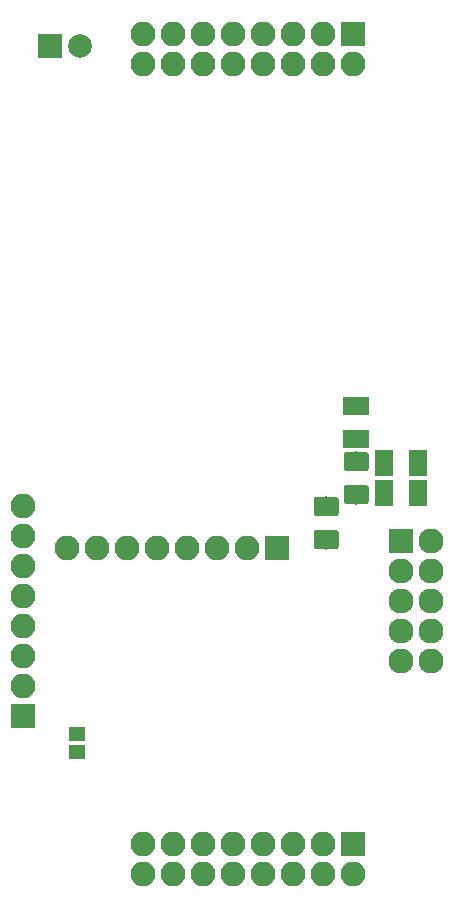
<source format=gbr>
G04 #@! TF.GenerationSoftware,KiCad,Pcbnew,(5.0.0)*
G04 #@! TF.CreationDate,2018-12-13T19:33:25+01:00*
G04 #@! TF.ProjectId,TrackModBusMaster_piggyback,547261636B4D6F644275734D61737465,rev?*
G04 #@! TF.SameCoordinates,Original*
G04 #@! TF.FileFunction,Soldermask,Bot*
G04 #@! TF.FilePolarity,Negative*
%FSLAX46Y46*%
G04 Gerber Fmt 4.6, Leading zero omitted, Abs format (unit mm)*
G04 Created by KiCad (PCBNEW (5.0.0)) date 12/13/18 19:33:25*
%MOMM*%
%LPD*%
G01*
G04 APERTURE LIST*
%ADD10R,1.620000X2.200000*%
%ADD11O,2.100000X2.100000*%
%ADD12R,2.100000X2.100000*%
%ADD13R,2.127200X2.127200*%
%ADD14O,2.127200X2.127200*%
%ADD15C,0.100000*%
%ADD16C,1.650000*%
%ADD17R,2.000000X2.000000*%
%ADD18C,2.000000*%
%ADD19R,2.200000X1.620000*%
%ADD20R,1.400000X1.220000*%
G04 APERTURE END LIST*
D10*
G04 #@! TO.C,R9*
X140114000Y-82042000D03*
X137254000Y-82042000D03*
G04 #@! TD*
D11*
G04 #@! TO.C,J1*
X116840000Y-48260000D03*
X116840000Y-45720000D03*
X119380000Y-48260000D03*
X119380000Y-45720000D03*
X121920000Y-48260000D03*
X121920000Y-45720000D03*
X124460000Y-48260000D03*
X124460000Y-45720000D03*
X127000000Y-48260000D03*
X127000000Y-45720000D03*
X129540000Y-48260000D03*
X129540000Y-45720000D03*
X132080000Y-48260000D03*
X132080000Y-45720000D03*
X134620000Y-48260000D03*
D12*
X134620000Y-45720000D03*
G04 #@! TD*
D13*
G04 #@! TO.C,J2*
X138684000Y-88646000D03*
D14*
X141224000Y-88646000D03*
X138684000Y-91186000D03*
X141224000Y-91186000D03*
X138684000Y-93726000D03*
X141224000Y-93726000D03*
X138684000Y-96266000D03*
X141224000Y-96266000D03*
X138684000Y-98806000D03*
X141224000Y-98806000D03*
G04 #@! TD*
D12*
G04 #@! TO.C,J3*
X134620000Y-114300000D03*
D11*
X134620000Y-116840000D03*
X132080000Y-114300000D03*
X132080000Y-116840000D03*
X129540000Y-114300000D03*
X129540000Y-116840000D03*
X127000000Y-114300000D03*
X127000000Y-116840000D03*
X124460000Y-114300000D03*
X124460000Y-116840000D03*
X121920000Y-114300000D03*
X121920000Y-116840000D03*
X119380000Y-114300000D03*
X119380000Y-116840000D03*
X116840000Y-114300000D03*
X116840000Y-116840000D03*
G04 #@! TD*
D12*
G04 #@! TO.C,J4*
X128143000Y-89281000D03*
D11*
X125603000Y-89281000D03*
X123063000Y-89281000D03*
X120523000Y-89281000D03*
X117983000Y-89281000D03*
X115443000Y-89281000D03*
X112903000Y-89281000D03*
X110363000Y-89281000D03*
G04 #@! TD*
G04 #@! TO.C,J5*
X106680000Y-85725000D03*
X106680000Y-88265000D03*
X106680000Y-90805000D03*
X106680000Y-93345000D03*
X106680000Y-95885000D03*
X106680000Y-98425000D03*
X106680000Y-100965000D03*
D12*
X106680000Y-103505000D03*
G04 #@! TD*
D15*
G04 #@! TO.C,R7*
G36*
X133111346Y-87698589D02*
X133143380Y-87703341D01*
X133174794Y-87711210D01*
X133205286Y-87722120D01*
X133234561Y-87735966D01*
X133262338Y-87752615D01*
X133288350Y-87771907D01*
X133312345Y-87793655D01*
X133334093Y-87817650D01*
X133353385Y-87843662D01*
X133370034Y-87871439D01*
X133383880Y-87900714D01*
X133394790Y-87931206D01*
X133402659Y-87962620D01*
X133407411Y-87994654D01*
X133409000Y-88027000D01*
X133409000Y-89017000D01*
X133407411Y-89049346D01*
X133402659Y-89081380D01*
X133394790Y-89112794D01*
X133383880Y-89143286D01*
X133370034Y-89172561D01*
X133353385Y-89200338D01*
X133334093Y-89226350D01*
X133312345Y-89250345D01*
X133288350Y-89272093D01*
X133262338Y-89291385D01*
X133234561Y-89308034D01*
X133205286Y-89321880D01*
X133174794Y-89332790D01*
X133143380Y-89340659D01*
X133111346Y-89345411D01*
X133079000Y-89347000D01*
X131589000Y-89347000D01*
X131556654Y-89345411D01*
X131524620Y-89340659D01*
X131493206Y-89332790D01*
X131462714Y-89321880D01*
X131433439Y-89308034D01*
X131405662Y-89291385D01*
X131379650Y-89272093D01*
X131355655Y-89250345D01*
X131333907Y-89226350D01*
X131314615Y-89200338D01*
X131297966Y-89172561D01*
X131284120Y-89143286D01*
X131273210Y-89112794D01*
X131265341Y-89081380D01*
X131260589Y-89049346D01*
X131259000Y-89017000D01*
X131259000Y-88027000D01*
X131260589Y-87994654D01*
X131265341Y-87962620D01*
X131273210Y-87931206D01*
X131284120Y-87900714D01*
X131297966Y-87871439D01*
X131314615Y-87843662D01*
X131333907Y-87817650D01*
X131355655Y-87793655D01*
X131379650Y-87771907D01*
X131405662Y-87752615D01*
X131433439Y-87735966D01*
X131462714Y-87722120D01*
X131493206Y-87711210D01*
X131524620Y-87703341D01*
X131556654Y-87698589D01*
X131589000Y-87697000D01*
X133079000Y-87697000D01*
X133111346Y-87698589D01*
X133111346Y-87698589D01*
G37*
D16*
X132334000Y-88522000D03*
D15*
G36*
X133111346Y-84898589D02*
X133143380Y-84903341D01*
X133174794Y-84911210D01*
X133205286Y-84922120D01*
X133234561Y-84935966D01*
X133262338Y-84952615D01*
X133288350Y-84971907D01*
X133312345Y-84993655D01*
X133334093Y-85017650D01*
X133353385Y-85043662D01*
X133370034Y-85071439D01*
X133383880Y-85100714D01*
X133394790Y-85131206D01*
X133402659Y-85162620D01*
X133407411Y-85194654D01*
X133409000Y-85227000D01*
X133409000Y-86217000D01*
X133407411Y-86249346D01*
X133402659Y-86281380D01*
X133394790Y-86312794D01*
X133383880Y-86343286D01*
X133370034Y-86372561D01*
X133353385Y-86400338D01*
X133334093Y-86426350D01*
X133312345Y-86450345D01*
X133288350Y-86472093D01*
X133262338Y-86491385D01*
X133234561Y-86508034D01*
X133205286Y-86521880D01*
X133174794Y-86532790D01*
X133143380Y-86540659D01*
X133111346Y-86545411D01*
X133079000Y-86547000D01*
X131589000Y-86547000D01*
X131556654Y-86545411D01*
X131524620Y-86540659D01*
X131493206Y-86532790D01*
X131462714Y-86521880D01*
X131433439Y-86508034D01*
X131405662Y-86491385D01*
X131379650Y-86472093D01*
X131355655Y-86450345D01*
X131333907Y-86426350D01*
X131314615Y-86400338D01*
X131297966Y-86372561D01*
X131284120Y-86343286D01*
X131273210Y-86312794D01*
X131265341Y-86281380D01*
X131260589Y-86249346D01*
X131259000Y-86217000D01*
X131259000Y-85227000D01*
X131260589Y-85194654D01*
X131265341Y-85162620D01*
X131273210Y-85131206D01*
X131284120Y-85100714D01*
X131297966Y-85071439D01*
X131314615Y-85043662D01*
X131333907Y-85017650D01*
X131355655Y-84993655D01*
X131379650Y-84971907D01*
X131405662Y-84952615D01*
X131433439Y-84935966D01*
X131462714Y-84922120D01*
X131493206Y-84911210D01*
X131524620Y-84903341D01*
X131556654Y-84898589D01*
X131589000Y-84897000D01*
X133079000Y-84897000D01*
X133111346Y-84898589D01*
X133111346Y-84898589D01*
G37*
D16*
X132334000Y-85722000D03*
G04 #@! TD*
D15*
G04 #@! TO.C,R8*
G36*
X135651346Y-81088589D02*
X135683380Y-81093341D01*
X135714794Y-81101210D01*
X135745286Y-81112120D01*
X135774561Y-81125966D01*
X135802338Y-81142615D01*
X135828350Y-81161907D01*
X135852345Y-81183655D01*
X135874093Y-81207650D01*
X135893385Y-81233662D01*
X135910034Y-81261439D01*
X135923880Y-81290714D01*
X135934790Y-81321206D01*
X135942659Y-81352620D01*
X135947411Y-81384654D01*
X135949000Y-81417000D01*
X135949000Y-82407000D01*
X135947411Y-82439346D01*
X135942659Y-82471380D01*
X135934790Y-82502794D01*
X135923880Y-82533286D01*
X135910034Y-82562561D01*
X135893385Y-82590338D01*
X135874093Y-82616350D01*
X135852345Y-82640345D01*
X135828350Y-82662093D01*
X135802338Y-82681385D01*
X135774561Y-82698034D01*
X135745286Y-82711880D01*
X135714794Y-82722790D01*
X135683380Y-82730659D01*
X135651346Y-82735411D01*
X135619000Y-82737000D01*
X134129000Y-82737000D01*
X134096654Y-82735411D01*
X134064620Y-82730659D01*
X134033206Y-82722790D01*
X134002714Y-82711880D01*
X133973439Y-82698034D01*
X133945662Y-82681385D01*
X133919650Y-82662093D01*
X133895655Y-82640345D01*
X133873907Y-82616350D01*
X133854615Y-82590338D01*
X133837966Y-82562561D01*
X133824120Y-82533286D01*
X133813210Y-82502794D01*
X133805341Y-82471380D01*
X133800589Y-82439346D01*
X133799000Y-82407000D01*
X133799000Y-81417000D01*
X133800589Y-81384654D01*
X133805341Y-81352620D01*
X133813210Y-81321206D01*
X133824120Y-81290714D01*
X133837966Y-81261439D01*
X133854615Y-81233662D01*
X133873907Y-81207650D01*
X133895655Y-81183655D01*
X133919650Y-81161907D01*
X133945662Y-81142615D01*
X133973439Y-81125966D01*
X134002714Y-81112120D01*
X134033206Y-81101210D01*
X134064620Y-81093341D01*
X134096654Y-81088589D01*
X134129000Y-81087000D01*
X135619000Y-81087000D01*
X135651346Y-81088589D01*
X135651346Y-81088589D01*
G37*
D16*
X134874000Y-81912000D03*
D15*
G36*
X135651346Y-83888589D02*
X135683380Y-83893341D01*
X135714794Y-83901210D01*
X135745286Y-83912120D01*
X135774561Y-83925966D01*
X135802338Y-83942615D01*
X135828350Y-83961907D01*
X135852345Y-83983655D01*
X135874093Y-84007650D01*
X135893385Y-84033662D01*
X135910034Y-84061439D01*
X135923880Y-84090714D01*
X135934790Y-84121206D01*
X135942659Y-84152620D01*
X135947411Y-84184654D01*
X135949000Y-84217000D01*
X135949000Y-85207000D01*
X135947411Y-85239346D01*
X135942659Y-85271380D01*
X135934790Y-85302794D01*
X135923880Y-85333286D01*
X135910034Y-85362561D01*
X135893385Y-85390338D01*
X135874093Y-85416350D01*
X135852345Y-85440345D01*
X135828350Y-85462093D01*
X135802338Y-85481385D01*
X135774561Y-85498034D01*
X135745286Y-85511880D01*
X135714794Y-85522790D01*
X135683380Y-85530659D01*
X135651346Y-85535411D01*
X135619000Y-85537000D01*
X134129000Y-85537000D01*
X134096654Y-85535411D01*
X134064620Y-85530659D01*
X134033206Y-85522790D01*
X134002714Y-85511880D01*
X133973439Y-85498034D01*
X133945662Y-85481385D01*
X133919650Y-85462093D01*
X133895655Y-85440345D01*
X133873907Y-85416350D01*
X133854615Y-85390338D01*
X133837966Y-85362561D01*
X133824120Y-85333286D01*
X133813210Y-85302794D01*
X133805341Y-85271380D01*
X133800589Y-85239346D01*
X133799000Y-85207000D01*
X133799000Y-84217000D01*
X133800589Y-84184654D01*
X133805341Y-84152620D01*
X133813210Y-84121206D01*
X133824120Y-84090714D01*
X133837966Y-84061439D01*
X133854615Y-84033662D01*
X133873907Y-84007650D01*
X133895655Y-83983655D01*
X133919650Y-83961907D01*
X133945662Y-83942615D01*
X133973439Y-83925966D01*
X134002714Y-83912120D01*
X134033206Y-83901210D01*
X134064620Y-83893341D01*
X134096654Y-83888589D01*
X134129000Y-83887000D01*
X135619000Y-83887000D01*
X135651346Y-83888589D01*
X135651346Y-83888589D01*
G37*
D16*
X134874000Y-84712000D03*
G04 #@! TD*
D17*
G04 #@! TO.C,C19*
X108966000Y-46736000D03*
D18*
X111466000Y-46736000D03*
G04 #@! TD*
D19*
G04 #@! TO.C,C20*
X134874000Y-80043000D03*
X134874000Y-77183000D03*
G04 #@! TD*
D10*
G04 #@! TO.C,R27*
X140114000Y-84582000D03*
X137254000Y-84582000D03*
G04 #@! TD*
D20*
G04 #@! TO.C,R28*
X111252000Y-104953000D03*
X111252000Y-106553000D03*
G04 #@! TD*
M02*

</source>
